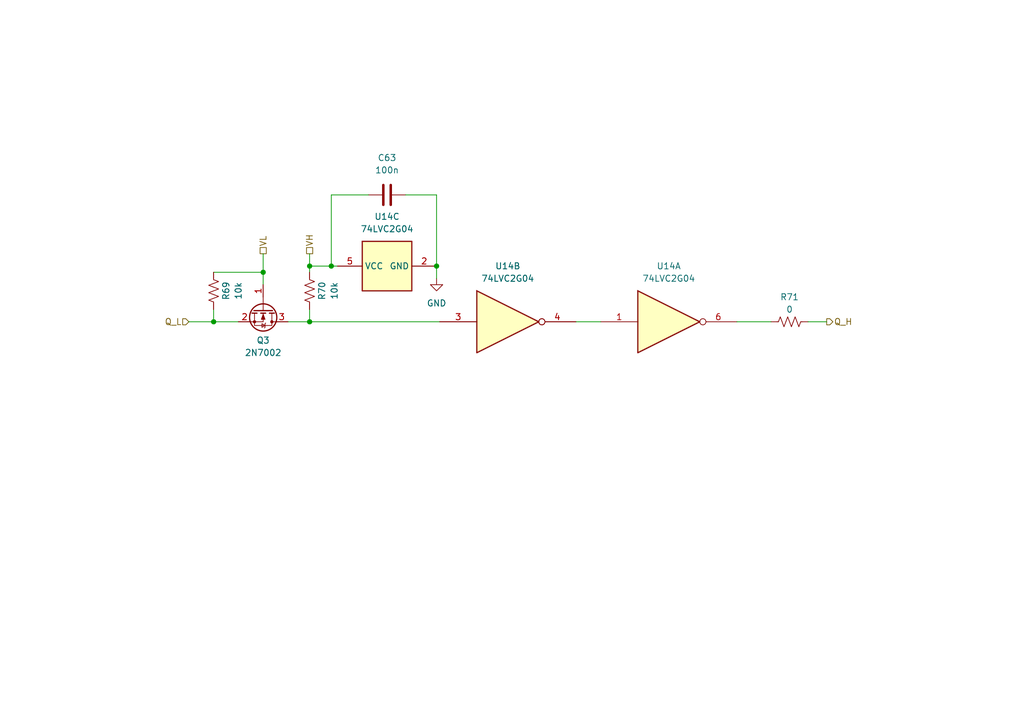
<source format=kicad_sch>
(kicad_sch (version 20231120) (generator "eeschema") (generator_version "8.0")
  (paper "A5")
  (lib_symbols
    (symbol "74xGxx:74LVC2G04"
      (property "Reference" "U" (at 0 7.62 0))
      (property "Value" "74LVC2G04" (at 2.54 -7.62 0))
      (symbol "74LVC2G04_1_1"
        (polyline (pts (xy -7.62 6.35) (xy -7.62 -6.35) (xy 5.08 0) (xy -7.62 6.35)) (stroke (width 0.254)) (fill (type background)))
        (pin input line (at -15.24 0 0) (length 7.62) (name "~") (number "1"))
        (pin output inverted (at 12.7 0 180) (length 7.62) (name "~") (number "6"))
      )
      (symbol "74LVC2G04_2_1"
        (polyline (pts (xy -7.62 6.35) (xy -7.62 -6.35) (xy 5.08 0) (xy -7.62 6.35)) (stroke (width 0.254)) (fill (type background)))
        (pin input line (at -15.24 0 0) (length 7.62) (name "~") (number "3"))
        (pin output inverted (at 12.7 0 180) (length 7.62) (name "~") (number "4"))
      )
      (symbol "74LVC2G04_3_0"
        (rectangle (start -5.08 -5.08) (end 5.08 5.08) (stroke (width 0.254)) (fill (type background)))
      )
      (symbol "74LVC2G04_3_1"
        (pin power_in line (at 0 -10.16 90) (length 5.08) (name "GND") (number "2"))
        (pin power_in line (at 0 10.16 270) (length 5.08) (name "VCC") (number "5"))
      )
    )
    (symbol "Device:C" (pin_numbers hide) (pin_names (offset 0.254))
      (property "Reference" "C" (at 0.635 2.54 0))
      (property "Value" "C" (at 0.635 -2.54 0))
      (symbol "C_0_1"
        (polyline (pts (xy -2.032 -0.762) (xy 2.032 -0.762)) (stroke (width 0.508)))
        (polyline (pts (xy -2.032 0.762) (xy 2.032 0.762)) (stroke (width 0.508)))
      )
      (symbol "C_1_1"
        (pin passive line (at 0 3.81 270) (length 2.794) (name "~") (number "1"))
        (pin passive line (at 0 -3.81 90) (length 2.794) (name "~") (number "2"))
      )
    )
    (symbol "Device:Q_NMOS_GSD" (pin_names (offset 0) hide)
      (property "Reference" "Q" (at 5.08 1.27 0))
      (property "Value" "Q_NMOS_GSD" (at 5.08 -1.27 0))
      (symbol "Q_NMOS_GSD_0_1"
        (polyline (pts (xy 0.254 0) (xy -2.54 0)))
        (polyline (pts (xy 0.254 1.905) (xy 0.254 -1.905)) (stroke (width 0.254)))
        (polyline (pts (xy 0.762 -1.27) (xy 0.762 -2.286)) (stroke (width 0.254)))
        (polyline (pts (xy 0.762 0.508) (xy 0.762 -0.508)) (stroke (width 0.254)))
        (polyline (pts (xy 0.762 2.286) (xy 0.762 1.27)) (stroke (width 0.254)))
        (polyline (pts (xy 2.54 2.54) (xy 2.54 1.778)))
        (polyline (pts (xy 2.54 -2.54) (xy 2.54 0) (xy 0.762 0)))
        (polyline (pts (xy 0.762 -1.778) (xy 3.302 -1.778) (xy 3.302 1.778) (xy 0.762 1.778)))
        (polyline (pts (xy 1.016 0) (xy 2.032 0.381) (xy 2.032 -0.381) (xy 1.016 0)) (fill (type outline)))
        (polyline (pts (xy 2.794 0.508) (xy 2.921 0.381) (xy 3.683 0.381) (xy 3.81 0.254)))
        (polyline (pts (xy 3.302 0.381) (xy 2.921 -0.254) (xy 3.683 -0.254) (xy 3.302 0.381)))
        (circle (center 1.651 0) (radius 2.794) (stroke (width 0.254)))
        (circle (center 2.54 -1.778) (radius 0.254) (fill (type outline)))
        (circle (center 2.54 1.778) (radius 0.254) (fill (type outline)))
      )
      (symbol "Q_NMOS_GSD_1_1"
        (pin input line (at -5.08 0 0) (length 2.54) (name "G") (number "1"))
        (pin passive line (at 2.54 -5.08 90) (length 2.54) (name "S") (number "2"))
        (pin passive line (at 2.54 5.08 270) (length 2.54) (name "D") (number "3"))
      )
    )
    (symbol "Device:R_US" (pin_numbers hide) (pin_names (offset 0))
      (property "Reference" "R" (at 2.54 0 90))
      (property "Value" "R_US" (at -2.54 0 90))
      (symbol "R_US_0_1"
        (polyline (pts (xy 0 -2.286) (xy 0 -2.54)))
        (polyline (pts (xy 0 2.286) (xy 0 2.54)))
        (polyline (pts (xy 0 -0.762) (xy 1.016 -1.143) (xy 0 -1.524) (xy -1.016 -1.905) (xy 0 -2.286)))
        (polyline (pts (xy 0 0.762) (xy 1.016 0.381) (xy 0 0) (xy -1.016 -0.381) (xy 0 -0.762)))
        (polyline (pts (xy 0 2.286) (xy 1.016 1.905) (xy 0 1.524) (xy -1.016 1.143) (xy 0 0.762)))
      )
      (symbol "R_US_1_1"
        (pin passive line (at 0 3.81 270) (length 1.27) (name "~") (number "1"))
        (pin passive line (at 0 -3.81 90) (length 1.27) (name "~") (number "2"))
      )
    )
    (symbol "power:GND" (power) (pin_names (offset 0))
      (property "Value" "GND" (at 0 -3.81 0))
      (symbol "GND_0_1"
        (polyline (pts (xy 0 0) (xy 0 -1.27) (xy 1.27 -1.27) (xy 0 -2.54) (xy -1.27 -1.27) (xy 0 -1.27)))
      )
      (symbol "GND_1_1"
        (pin power_in line (at 0 0 270) (length 0) hide (name "GND") (number "1"))
      )
    )
  )
  (junction (at 67.945 54.61))
  (junction (at 43.815 66.04))
  (junction (at 63.5 66.04))
  (junction (at 63.5 54.61))
  (junction (at 53.975 55.88))
  (junction (at 89.535 54.61))
  (wire (pts (xy 43.815 66.04) (xy 48.895 66.04)))
  (wire (pts (xy 63.5 54.61) (xy 67.945 54.61)))
  (wire (pts (xy 63.5 63.5) (xy 63.5 66.04)))
  (wire (pts (xy 67.945 40.005) (xy 67.945 54.61)))
  (wire (pts (xy 53.975 58.42) (xy 53.975 55.88)))
  (wire (pts (xy 118.11 66.04) (xy 123.19 66.04)))
  (wire (pts (xy 89.535 40.005) (xy 89.535 54.61)))
  (wire (pts (xy 59.055 66.04) (xy 63.5 66.04)))
  (wire (pts (xy 43.815 63.5) (xy 43.815 66.04)))
  (wire (pts (xy 63.5 52.07) (xy 63.5 54.61)))
  (wire (pts (xy 83.185 40.005) (xy 89.535 40.005)))
  (wire (pts (xy 63.5 66.04) (xy 90.17 66.04)))
  (wire (pts (xy 67.945 54.61) (xy 69.215 54.61)))
  (wire (pts (xy 151.13 66.04) (xy 158.115 66.04)))
  (wire (pts (xy 165.735 66.04) (xy 169.545 66.04)))
  (wire (pts (xy 75.565 40.005) (xy 67.945 40.005)))
  (wire (pts (xy 63.5 54.61) (xy 63.5 55.88)))
  (wire (pts (xy 38.735 66.04) (xy 43.815 66.04)))
  (wire (pts (xy 53.975 52.07) (xy 53.975 55.88)))
  (wire (pts (xy 89.535 54.61) (xy 89.535 57.15)))
  (wire (pts (xy 53.975 55.88) (xy 43.815 55.88)))
  (hierarchical_label "VH" (shape passive) (at 63.5 52.07 90))
  (hierarchical_label "VL" (shape passive) (at 53.975 52.07 90))
  (hierarchical_label "Q_L" (shape input) (at 38.735 66.04 180))
  (hierarchical_label "Q_H" (shape output) (at 169.545 66.04 0))
  (symbol (lib_id "74xGxx:74LVC2G04") (at 138.43 66.04 0) (unit 1)
    (property "Reference" "U14" (at 137.16 54.61 0))
    (property "Value" "74LVC2G04" (at 137.16 57.15 0))
    (property "Footprint" "Package_TO_SOT_SMD:SOT-363_SC-70-6" (effects (hide yes)))
    (property "Datasheet" "http://www.ti.com/lit/sg/scyt129e/scyt129e.pdf" (effects (hide yes)))
    (instances (project "AniSignage v2" (path "" (reference "U14") (unit 1)) (path "" (reference "U15") (unit 1))))
  )
  (symbol (lib_id "Device:Q_NMOS_GSD") (at 53.975 63.5 270) (unit 1)
    (property "Reference" "Q3" (at 53.975 69.85 90))
    (property "Value" "2N7002" (at 53.975 72.39 90))
    (property "Footprint" "Package_TO_SOT_SMD:SOT-23" (effects (hide yes)))
    (instances (project "AniSignage v2" (path "" (reference "Q3") (unit 1)) (path "" (reference "Q4") (unit 1))))
  )
  (symbol (lib_id "Device:R_US") (at 161.925 66.04 90) (unit 1)
    (property "Reference" "R71" (at 161.925 60.96 90))
    (property "Value" "0" (at 161.925 63.5 90))
    (property "Footprint" "Resistor_SMD:R_0603_1608Metric" (effects (hide yes)))
    (instances (project "AniSignage v2" (path "" (reference "R71") (unit 1)) (path "" (reference "R74") (unit 1))))
  )
  (symbol (lib_id "Device:R_US") (at 63.5 59.69 180) (unit 1)
    (property "Reference" "R70" (at 66.04 59.69 90))
    (property "Value" "10k" (at 68.58 59.69 90))
    (property "Footprint" "Resistor_SMD:R_0603_1608Metric" (effects (hide yes)))
    (instances (project "AniSignage v2" (path "" (reference "R70") (unit 1)) (path "" (reference "R73") (unit 1))))
  )
  (symbol (lib_id "74xGxx:74LVC2G04") (at 105.41 66.04 0) (unit 2)
    (property "Reference" "U14" (at 104.14 54.61 0))
    (property "Value" "74LVC2G04" (at 104.14 57.15 0))
    (property "Footprint" "Package_TO_SOT_SMD:SOT-363_SC-70-6" (effects (hide yes)))
    (property "Datasheet" "http://www.ti.com/lit/sg/scyt129e/scyt129e.pdf" (effects (hide yes)))
    (instances (project "AniSignage v2" (path "" (reference "U14") (unit 2)) (path "" (reference "U15") (unit 2))))
  )
  (symbol (lib_id "74xGxx:74LVC2G04") (at 79.375 54.61 90) (unit 3)
    (property "Reference" "U14" (at 79.375 44.45 90))
    (property "Value" "74LVC2G04" (at 79.375 46.99 90))
    (property "Footprint" "Package_TO_SOT_SMD:SOT-363_SC-70-6" (effects (hide yes)))
    (property "Datasheet" "http://www.ti.com/lit/sg/scyt129e/scyt129e.pdf" (effects (hide yes)))
    (instances (project "AniSignage v2" (path "" (reference "U14") (unit 3)) (path "" (reference "U15") (unit 3))))
  )
  (symbol (lib_id "power:GND") (at 89.535 57.15 0) (unit 1)
    (property "Reference" "#PWR033" (effects (hide yes)))
    (property "Value" "GND" (at 89.535 62.23 0))
    (instances (project "AniSignage v2" (path "" (reference "#PWR033") (unit 1)) (path "" (reference "#PWR034") (unit 1))))
  )
  (symbol (lib_id "Device:R_US") (at 43.815 59.69 180) (unit 1)
    (property "Reference" "R69" (at 46.355 59.69 90))
    (property "Value" "10k" (at 48.895 59.69 90))
    (property "Footprint" "Resistor_SMD:R_0603_1608Metric" (effects (hide yes)))
    (instances (project "AniSignage v2" (path "" (reference "R69") (unit 1)) (path "" (reference "R72") (unit 1))))
  )
  (symbol (lib_id "Device:C") (at 79.375 40.005 90) (unit 1)
    (property "Reference" "C63" (at 79.375 32.385 90))
    (property "Value" "100n" (at 79.375 34.925 90))
    (property "Footprint" "Capacitor_SMD:C_0603_1608Metric" (effects (hide yes)))
    (instances (project "AniSignage v2" (path "" (reference "C63") (unit 1)) (path "" (reference "C64") (unit 1))))
  )
)
</source>
